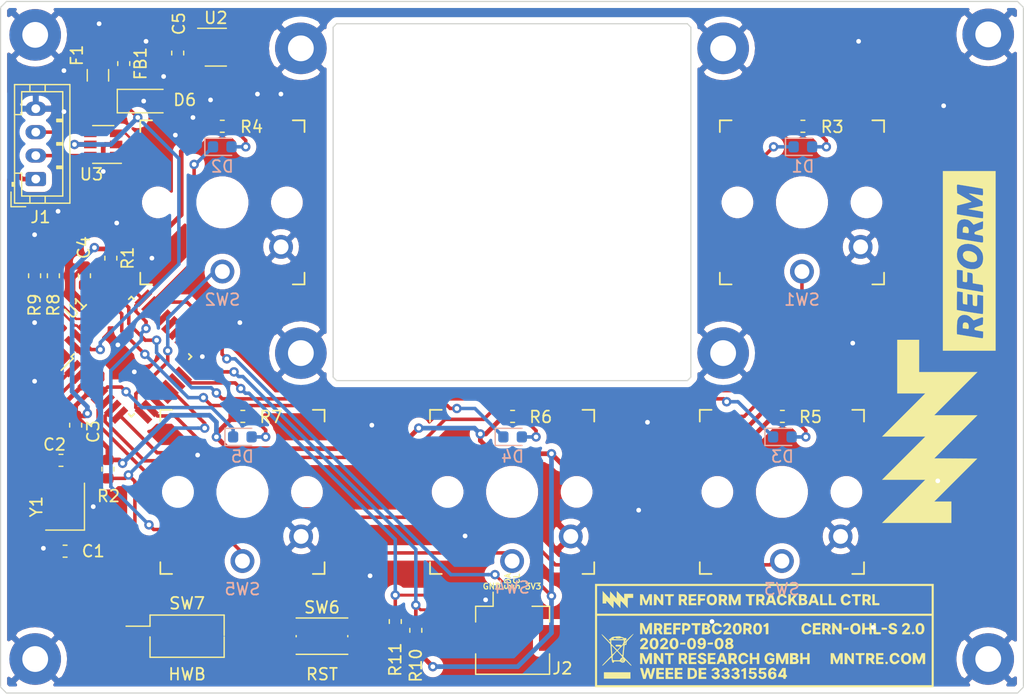
<source format=kicad_pcb>
(kicad_pcb (version 20171130) (host pcbnew 5.1.6+dfsg1-1)
  (layers (0 F.Cu signal) (31 B.Cu signal) (34 B.Paste user) (35 F.Paste user) (36 B.SilkS user) (37 F.SilkS user) (38 B.Mask user) (39 F.Mask user) (44 Edge.Cuts user))
  (net 0 "")
  (net 1 GND)
  (net 2 "Net-(U1-Pad18)")
  (net 3 "Net-(U1-Pad12)")
  (net 4 "Net-(U1-Pad11)")
  (net 5 "Net-(SW1-Pad1)")
  (net 6 "Net-(SW2-Pad1)")
  (net 7 +5V)
  (net 8 MT)
  (net 9 "Net-(C1-Pad1)")
  (net 10 "Net-(C2-Pad2)")
  (net 11 "Net-(C4-Pad1)")
  (net 12 "Net-(U1-Pad14)")
  (net 13 +3V3)
  (net 14 SCL)
  (net 15 SDA)
  (net 16 "Net-(SW3-Pad1)")
  (net 17 "Net-(SW4-Pad1)")
  (net 18 "Net-(SW5-Pad1)")
  (net 19 "Net-(U1-Pad17)")
  (net 20 "Net-(U1-Pad21)")
  (net 21 "Net-(D1-Pad2)")
  (net 22 "Net-(D1-Pad1)")
  (net 23 "Net-(D2-Pad2)")
  (net 24 "Net-(D2-Pad1)")
  (net 25 "Net-(D3-Pad2)")
  (net 26 "Net-(D3-Pad1)")
  (net 27 "Net-(D4-Pad2)")
  (net 28 "Net-(D4-Pad1)")
  (net 29 "Net-(D5-Pad2)")
  (net 30 "Net-(D5-Pad1)")
  (net 31 "Net-(R1-Pad2)")
  (net 32 "Net-(R2-Pad1)")
  (net 33 "Net-(U2-Pad4)")
  (net 34 "Net-(U1-Pad20)")
  (net 35 "Net-(J2-Pad5)")
  (net 36 /5V_IN)
  (net 37 "Net-(F1-Pad1)")
  (net 38 /D+)
  (net 39 /UD+)
  (net 40 /UD-)
  (net 41 /D-)
  (net 42 /PD+)
  (net 43 /PD-)
  (module Package_TO_SOT_SMD:SOT-23-6 (layer F.Cu) (at 115.85 62.3 180)
    (fp_text reference U3 (at 1 -2.55) (layer F.SilkS))
    (fp_text value USBLC6-2SC6)
    (pad 5 smd rect (at 1.1 0 180) (size 1.06 0.65) (layers F.Cu F.Paste F.Mask) (net 7 +5V))
    (pad 6 smd rect (at 1.1 -0.95 180) (size 1.06 0.65) (layers F.Cu F.Paste F.Mask) (net 43 /PD-))
    (pad 4 smd rect (at 1.1 0.95 180) (size 1.06 0.65) (layers F.Cu F.Paste F.Mask) (net 42 /PD+))
    (pad 3 smd rect (at -1.1 0.95 180) (size 1.06 0.65) (layers F.Cu F.Paste F.Mask) (net 39 /UD+))
    (pad 2 smd rect (at -1.1 0 180) (size 1.06 0.65) (layers F.Cu F.Paste F.Mask) (net 1 GND))
    (pad 1 smd rect (at -1.1 -0.95 180) (size 1.06 0.65) (layers F.Cu F.Paste F.Mask) (net 40 /UD-))
  )
  (module footprints-trackball:mntreform-trackball-badge (layer F.Cu) (at 172.2 104.2)
    (fp_text reference MK1 hide)
    (fp_text value BADGE hide)
  )
  (module Crystal:Crystal_SMD_3225-4Pin_3.2x2.5mm (layer F.Cu) (at 112.6 93.2 90)
    (fp_text reference Y1 (at 0 -2.45 90) (layer F.SilkS))
    (fp_text value Crystal_GND24)
    (pad 4 smd rect (at -1.1 -0.85 90) (size 1.4 1.2) (layers F.Cu F.Paste F.Mask) (net 1 GND))
    (pad 3 smd rect (at 1.1 -0.85 90) (size 1.4 1.2) (layers F.Cu F.Paste F.Mask) (net 10 "Net-(C2-Pad2)"))
    (pad 2 smd rect (at 1.1 0.85 90) (size 1.4 1.2) (layers F.Cu F.Paste F.Mask) (net 1 GND))
    (pad 1 smd rect (at -1.1 0.85 90) (size 1.4 1.2) (layers F.Cu F.Paste F.Mask) (net 9 "Net-(C1-Pad1)"))
  )
  (module Inductor_SMD:L_0603_1608Metric (layer F.Cu) (at 117.6 55.4 270)
    (fp_text reference FB1 (at 0 -1.43 90) (layer F.SilkS))
    (fp_text value BLM18PG221SH1D)
    (pad 2 smd roundrect (at 0.7875 0 270) (size 0.875 0.95) (layers F.Cu F.Paste F.Mask) (net 7 +5V))
    (pad 1 smd roundrect (at -0.7875 0 270) (size 0.875 0.95) (layers F.Cu F.Paste F.Mask) (net 37 "Net-(F1-Pad1)"))
  )
  (module Fuse:Fuse_1206_3216Metric_Castellated (layer F.Cu) (at 115.4 56.4 270)
    (fp_text reference F1 (at -1.7 1.8 90) (layer F.SilkS))
    (fp_text value 0ZCJ0075AF2E)
    (pad 2 smd roundrect (at 1.425 0 270) (size 1.6 1.65) (layers F.Cu F.Paste F.Mask) (roundrect_rratio 0.15625) (net 36 /5V_IN))
    (pad 1 smd roundrect (at -1.425 0 270) (size 1.6 1.65) (layers F.Cu F.Paste F.Mask) (roundrect_rratio 0.15625) (net 37 "Net-(F1-Pad1)"))
  )
  (module Diode_SMD:D_SOD-123 (layer F.Cu) (at 119.3 58.6)
    (fp_text reference D6 (at 3.5 -0.1) (layer F.SilkS))
    (fp_text value BZT52-B5V6J)
    (pad 2 smd rect (at 1.65 0) (size 0.9 1.2) (layers F.Cu F.Paste F.Mask) (net 1 GND))
    (pad 1 smd rect (at -1.65 0) (size 0.9 1.2) (layers F.Cu F.Paste F.Mask) (net 7 +5V))
  )
  (module keyswitches:PG1350 (layer B.Cu) (at 127.72 91.94 180)
    (fp_text reference SW5 (at 0 -8.3) (layer B.SilkS) (effects (justify mirror)))
    (fp_text value Choc)
    (pad "" np_thru_hole circle (at 0 0 180) (size 3.429 3.429) (drill 3.429) (layers *.Cu *.Mask))
    (pad 2 thru_hole circle (at -5 -3.8 180) (size 2.032 2.032) (drill 1.27) (layers *.Cu *.Mask) (net 1 GND))
    (pad 1 thru_hole circle (at 0 -5.9 180) (size 2.032 2.032) (drill 1.27) (layers *.Cu *.Mask) (net 18 "Net-(SW5-Pad1)"))
    (pad "" np_thru_hole circle (at 5.5 0 180) (size 1.7018 1.7018) (drill 1.7018) (layers *.Cu *.Mask))
    (pad "" np_thru_hole circle (at -5.5 0 180) (size 1.7018 1.7018) (drill 1.7018) (layers *.Cu *.Mask))
  )
  (module keyswitches:PG1350 (layer B.Cu) (at 150.71 91.94 180)
    (fp_text reference SW4 (at 0.01 -8.16 180) (layer B.SilkS) (effects (justify mirror)))
    (fp_text value Choc)
    (pad "" np_thru_hole circle (at 0 0 180) (size 3.429 3.429) (drill 3.429) (layers *.Cu *.Mask))
    (pad 2 thru_hole circle (at -5 -3.8 180) (size 2.032 2.032) (drill 1.27) (layers *.Cu *.Mask) (net 1 GND))
    (pad 1 thru_hole circle (at 0 -5.9 180) (size 2.032 2.032) (drill 1.27) (layers *.Cu *.Mask) (net 17 "Net-(SW4-Pad1)"))
    (pad "" np_thru_hole circle (at 5.5 0 180) (size 1.7018 1.7018) (drill 1.7018) (layers *.Cu *.Mask))
    (pad "" np_thru_hole circle (at -5.5 0 180) (size 1.7018 1.7018) (drill 1.7018) (layers *.Cu *.Mask))
  )
  (module keyswitches:PG1350 (layer B.Cu) (at 173.71 91.94 180)
    (fp_text reference SW3 (at 0 -8.3) (layer B.SilkS) (effects (justify mirror)))
    (fp_text value Choc)
    (pad "" np_thru_hole circle (at 0 0 180) (size 3.429 3.429) (drill 3.429) (layers *.Cu *.Mask))
    (pad 2 thru_hole circle (at -5 -3.8 180) (size 2.032 2.032) (drill 1.27) (layers *.Cu *.Mask) (net 1 GND))
    (pad 1 thru_hole circle (at 0 -5.9 180) (size 2.032 2.032) (drill 1.27) (layers *.Cu *.Mask) (net 16 "Net-(SW3-Pad1)"))
    (pad "" np_thru_hole circle (at 5.5 0 180) (size 1.7018 1.7018) (drill 1.7018) (layers *.Cu *.Mask))
    (pad "" np_thru_hole circle (at -5.5 0 180) (size 1.7018 1.7018) (drill 1.7018) (layers *.Cu *.Mask))
  )
  (module keyswitches:PG1350 (layer B.Cu) (at 126.01 67.24 180)
    (fp_text reference SW2 (at 0 -8.3) (layer B.SilkS) (effects (justify mirror)))
    (fp_text value Choc)
    (pad "" np_thru_hole circle (at 0 0 180) (size 3.429 3.429) (drill 3.429) (layers *.Cu *.Mask))
    (pad 2 thru_hole circle (at -5 -3.8 180) (size 2.032 2.032) (drill 1.27) (layers *.Cu *.Mask) (net 1 GND))
    (pad 1 thru_hole circle (at 0 -5.9 180) (size 2.032 2.032) (drill 1.27) (layers *.Cu *.Mask) (net 6 "Net-(SW2-Pad1)"))
    (pad "" np_thru_hole circle (at 5.5 0 180) (size 1.7018 1.7018) (drill 1.7018) (layers *.Cu *.Mask))
    (pad "" np_thru_hole circle (at -5.5 0 180) (size 1.7018 1.7018) (drill 1.7018) (layers *.Cu *.Mask))
  )
  (module keyswitches:PG1350 (layer B.Cu) (at 175.42 67.24 180)
    (fp_text reference SW1 (at 0 -8.3) (layer B.SilkS) (effects (justify mirror)))
    (fp_text value Choc)
    (pad "" np_thru_hole circle (at 0 0 180) (size 3.429 3.429) (drill 3.429) (layers *.Cu *.Mask))
    (pad 2 thru_hole circle (at -5 -3.8 180) (size 2.032 2.032) (drill 1.27) (layers *.Cu *.Mask) (net 1 GND))
    (pad 1 thru_hole circle (at 0 -5.9 180) (size 2.032 2.032) (drill 1.27) (layers *.Cu *.Mask) (net 5 "Net-(SW1-Pad1)"))
    (pad "" np_thru_hole circle (at 5.5 0 180) (size 1.7018 1.7018) (drill 1.7018) (layers *.Cu *.Mask))
    (pad "" np_thru_hole circle (at -5.5 0 180) (size 1.7018 1.7018) (drill 1.7018) (layers *.Cu *.Mask))
  )
  (module Connector_JST:JST_PH_B4B-PH-K_1x04_P2.00mm_Vertical (layer F.Cu) (at 110.1 65.25 90)
    (fp_text reference J1 (at -3.25 0.4 180) (layer F.SilkS))
    (fp_text value Conn_USB)
    (pad 4 thru_hole oval (at 6 0 90) (size 1.2 1.75) (drill 0.75) (layers *.Cu *.Mask) (net 1 GND))
    (pad 3 thru_hole oval (at 4 0 90) (size 1.2 1.75) (drill 0.75) (layers *.Cu *.Mask) (net 42 /PD+))
    (pad 2 thru_hole oval (at 2 0 90) (size 1.2 1.75) (drill 0.75) (layers *.Cu *.Mask) (net 43 /PD-))
    (pad 1 thru_hole roundrect (at 0 0 90) (size 1.2 1.75) (drill 0.75) (layers *.Cu *.Mask) (roundrect_rratio 0.208333) (net 36 /5V_IN))
  )
  (module Connector_FFC-FPC:Hirose_FH12-6S-0.5SH_1x06-1MP_P0.50mm_Horizontal (layer F.Cu) (at 150.75 103)
    (fp_text reference J2 (at 4.25 4) (layer F.SilkS))
    (fp_text value Conn_01x06_Female)
    (pad 6 smd rect (at 1.25 -1.85) (size 0.3 1.3) (layers F.Cu F.Paste F.Mask) (net 13 +3V3))
    (pad 5 smd rect (at 0.75 -1.85) (size 0.3 1.3) (layers F.Cu F.Paste F.Mask) (net 35 "Net-(J2-Pad5)"))
    (pad 4 smd rect (at 0.25 -1.85) (size 0.3 1.3) (layers F.Cu F.Paste F.Mask) (net 14 SCL))
    (pad 3 smd rect (at -0.25 -1.85) (size 0.3 1.3) (layers F.Cu F.Paste F.Mask) (net 15 SDA))
    (pad 2 smd rect (at -0.75 -1.85) (size 0.3 1.3) (layers F.Cu F.Paste F.Mask) (net 8 MT))
    (pad 1 smd rect (at -1.25 -1.85) (size 0.3 1.3) (layers F.Cu F.Paste F.Mask) (net 1 GND))
    (pad MP smd rect (at -3.15 1.4) (size 1.8 2.2) (layers F.Cu F.Paste F.Mask))
    (pad MP smd rect (at 3.15 1.4) (size 1.8 2.2) (layers F.Cu F.Paste F.Mask))
  )
  (module Resistor_SMD:R_0603_1608Metric (layer F.Cu) (at 140.75 103 270)
    (fp_text reference R11 (at 3.25 0 90) (layer F.SilkS))
    (fp_text value 4.7k)
    (pad 2 smd roundrect (at 0.7875 0 270) (size 0.875 0.95) (layers F.Cu F.Paste F.Mask) (net 13 +3V3))
    (pad 1 smd roundrect (at -0.7875 0 270) (size 0.875 0.95) (layers F.Cu F.Paste F.Mask) (net 15 SDA))
  )
  (module Resistor_SMD:R_0603_1608Metric (layer F.Cu) (at 142.5 103.75 270)
    (fp_text reference R10 (at 3 0 90) (layer F.SilkS))
    (fp_text value 4.7k)
    (pad 2 smd roundrect (at 0.7875 0 270) (size 0.875 0.95) (layers F.Cu F.Paste F.Mask) (net 13 +3V3))
    (pad 1 smd roundrect (at -0.7875 0 270) (size 0.875 0.95) (layers F.Cu F.Paste F.Mask) (net 14 SCL))
  )
  (module Resistor_SMD:R_0603_1608Metric (layer F.Cu) (at 110 73.5 90)
    (fp_text reference R9 (at -2.5 0 90) (layer F.SilkS))
    (fp_text value 22)
    (pad 2 smd roundrect (at 0.7875 0 90) (size 0.875 0.95) (layers F.Cu F.Paste F.Mask) (net 40 /UD-))
    (pad 1 smd roundrect (at -0.7875 0 90) (size 0.875 0.95) (layers F.Cu F.Paste F.Mask) (net 41 /D-))
  )
  (module Resistor_SMD:R_0603_1608Metric (layer F.Cu) (at 111.6 73.5 270)
    (fp_text reference R8 (at 2.5 0 90) (layer F.SilkS))
    (fp_text value 22)
    (pad 2 smd roundrect (at 0.7875 0 270) (size 0.875 0.95) (layers F.Cu F.Paste F.Mask) (net 38 /D+))
    (pad 1 smd roundrect (at -0.7875 0 270) (size 0.875 0.95) (layers F.Cu F.Paste F.Mask) (net 39 /UD+))
  )
  (module Package_TO_SOT_SMD:SOT-23-5 (layer F.Cu) (at 125.45 54)
    (fp_text reference U2 (at 0 -2.5) (layer F.SilkS))
    (fp_text value TLV75533PDBV)
    (pad 5 smd rect (at 1.1 -0.95) (size 1.06 0.65) (layers F.Cu F.Paste F.Mask) (net 13 +3V3))
    (pad 4 smd rect (at 1.1 0.95) (size 1.06 0.65) (layers F.Cu F.Paste F.Mask) (net 33 "Net-(U2-Pad4)"))
    (pad 3 smd rect (at -1.1 0.95) (size 1.06 0.65) (layers F.Cu F.Paste F.Mask) (net 7 +5V))
    (pad 2 smd rect (at -1.1 0) (size 1.06 0.65) (layers F.Cu F.Paste F.Mask) (net 1 GND))
    (pad 1 smd rect (at -1.1 -0.95) (size 1.06 0.65) (layers F.Cu F.Paste F.Mask) (net 7 +5V))
  )
  (module Capacitor_SMD:C_0603_1608Metric (layer F.Cu) (at 122.2 54.5 270)
    (fp_text reference C5 (at -2.5 -0.1 270) (layer F.SilkS))
    (fp_text value 0.1uF)
    (pad 2 smd roundrect (at 0.7875 0 270) (size 0.875 0.95) (layers F.Cu F.Paste F.Mask) (net 1 GND))
    (pad 1 smd roundrect (at -0.7875 0 270) (size 0.875 0.95) (layers F.Cu F.Paste F.Mask) (net 7 +5V))
  )
  (module Resistor_SMD:R_0603_1608Metric (layer F.Cu) (at 127.75 85.5 180)
    (fp_text reference R7 (at -2.4 -0.05) (layer F.SilkS))
    (fp_text value 475)
    (pad 2 smd roundrect (at 0.7875 0 180) (size 0.875 0.95) (layers F.Cu F.Paste F.Mask) (net 13 +3V3))
    (pad 1 smd roundrect (at -0.7875 0 180) (size 0.875 0.95) (layers F.Cu F.Paste F.Mask) (net 29 "Net-(D5-Pad2)"))
  )
  (module Resistor_SMD:R_0603_1608Metric (layer F.Cu) (at 150.75 85.5 180)
    (fp_text reference R6 (at -2.4 -0.05) (layer F.SilkS))
    (fp_text value 475)
    (pad 2 smd roundrect (at 0.7875 0 180) (size 0.875 0.95) (layers F.Cu F.Paste F.Mask) (net 13 +3V3))
    (pad 1 smd roundrect (at -0.7875 0 180) (size 0.875 0.95) (layers F.Cu F.Paste F.Mask) (net 27 "Net-(D4-Pad2)"))
  )
  (module Resistor_SMD:R_0603_1608Metric (layer F.Cu) (at 173.75 85.5 180)
    (fp_text reference R5 (at -2.4 -0.05) (layer F.SilkS))
    (fp_text value 475)
    (pad 2 smd roundrect (at 0.7875 0 180) (size 0.875 0.95) (layers F.Cu F.Paste F.Mask) (net 13 +3V3))
    (pad 1 smd roundrect (at -0.7875 0 180) (size 0.875 0.95) (layers F.Cu F.Paste F.Mask) (net 25 "Net-(D3-Pad2)"))
  )
  (module Resistor_SMD:R_0603_1608Metric (layer F.Cu) (at 126 60.75 180)
    (fp_text reference R4 (at -2.5 -0.05) (layer F.SilkS))
    (fp_text value 475)
    (pad 2 smd roundrect (at 0.7875 0 180) (size 0.875 0.95) (layers F.Cu F.Paste F.Mask) (net 13 +3V3))
    (pad 1 smd roundrect (at -0.7875 0 180) (size 0.875 0.95) (layers F.Cu F.Paste F.Mask) (net 23 "Net-(D2-Pad2)"))
  )
  (module Resistor_SMD:R_0603_1608Metric (layer F.Cu) (at 175.5 60.75 180)
    (fp_text reference R3 (at -2.5 -0.05) (layer F.SilkS))
    (fp_text value 475)
    (pad 2 smd roundrect (at 0.7875 0 180) (size 0.875 0.95) (layers F.Cu F.Paste F.Mask) (net 13 +3V3))
    (pad 1 smd roundrect (at -0.7875 0 180) (size 0.875 0.95) (layers F.Cu F.Paste F.Mask) (net 21 "Net-(D1-Pad2)"))
  )
  (module Resistor_SMD:R_0603_1608Metric (layer F.Cu) (at 116.25 90 90)
    (fp_text reference R2 (at -2.3 0.05 180) (layer F.SilkS))
    (fp_text value 10k)
    (pad 2 smd roundrect (at 0.7875 0 90) (size 0.875 0.95) (layers F.Cu F.Paste F.Mask) (net 13 +3V3))
    (pad 1 smd roundrect (at -0.7875 0 90) (size 0.875 0.95) (layers F.Cu F.Paste F.Mask) (net 32 "Net-(R2-Pad1)"))
  )
  (module Resistor_SMD:R_0603_1608Metric (layer F.Cu) (at 116.5 72 270)
    (fp_text reference R1 (at 0 -1.43 90) (layer F.SilkS))
    (fp_text value 10k)
    (pad 2 smd roundrect (at 0.7875 0 270) (size 0.875 0.95) (layers F.Cu F.Paste F.Mask) (net 31 "Net-(R1-Pad2)"))
    (pad 1 smd roundrect (at -0.7875 0 270) (size 0.875 0.95) (layers F.Cu F.Paste F.Mask) (net 13 +3V3))
  )
  (module Capacitor_SMD:C_0603_1608Metric (layer F.Cu) (at 114.25 73.5 90)
    (fp_text reference C4 (at 2.4 -0.05 90) (layer F.SilkS))
    (fp_text value 1uF)
    (pad 2 smd roundrect (at 0.7875 0 90) (size 0.875 0.95) (layers F.Cu F.Paste F.Mask) (net 1 GND))
    (pad 1 smd roundrect (at -0.7875 0 90) (size 0.875 0.95) (layers F.Cu F.Paste F.Mask) (net 11 "Net-(C4-Pad1)"))
  )
  (module Capacitor_SMD:C_0603_1608Metric (layer F.Cu) (at 113.5 86.25 270)
    (fp_text reference C3 (at 0.55 -1.5 90) (layer F.SilkS))
    (fp_text value 0.1uF)
    (pad 2 smd roundrect (at 0.7875 0 270) (size 0.875 0.95) (layers F.Cu F.Paste F.Mask) (net 1 GND))
    (pad 1 smd roundrect (at -0.7875 0 270) (size 0.875 0.95) (layers F.Cu F.Paste F.Mask) (net 13 +3V3))
  )
  (module Capacitor_SMD:C_0603_1608Metric (layer F.Cu) (at 112.25 89.25 180)
    (fp_text reference C2 (at 0.55 1.35) (layer F.SilkS))
    (fp_text value 18pF)
    (pad 2 smd roundrect (at 0.7875 0 180) (size 0.875 0.95) (layers F.Cu F.Paste F.Mask) (net 10 "Net-(C2-Pad2)"))
    (pad 1 smd roundrect (at -0.7875 0 180) (size 0.875 0.95) (layers F.Cu F.Paste F.Mask) (net 1 GND))
  )
  (module Capacitor_SMD:C_0603_1608Metric (layer F.Cu) (at 112.6 97 180)
    (fp_text reference C1 (at -2.4 0) (layer F.SilkS))
    (fp_text value 18pF)
    (pad 2 smd roundrect (at 0.7875 0 180) (size 0.875 0.95) (layers F.Cu F.Paste F.Mask) (net 1 GND))
    (pad 1 smd roundrect (at -0.7875 0 180) (size 0.875 0.95) (layers F.Cu F.Paste F.Mask) (net 9 "Net-(C1-Pad1)"))
  )
  (module Button_Switch_SMD:SW_DIP_SPSTx01_Slide_Omron_A6S-110x_W8.9mm_P2.54mm (layer F.Cu) (at 123 104.25)
    (fp_text reference SW7 (at 0 -2.8) (layer F.SilkS))
    (fp_text value SW_HWB)
    (pad 2 smd rect (at 4.45 0) (size 1.5 1.1) (layers F.Cu F.Paste F.Mask) (net 1 GND))
    (pad 1 smd rect (at -4.45 0) (size 1.5 1.1) (layers F.Cu F.Paste F.Mask) (net 32 "Net-(R2-Pad1)"))
  )
  (module Button_Switch_SMD:SW_Push_1P1T_NO_CK_KMR2 (layer F.Cu) (at 134.5 104.25)
    (fp_text reference SW6 (at 0 -2.45) (layer F.SilkS))
    (fp_text value SW_RST)
    (pad 2 smd rect (at 2.05 0.8 90) (size 0.9 1) (layers F.Cu F.Paste F.Mask) (net 31 "Net-(R1-Pad2)"))
    (pad 1 smd rect (at 2.05 -0.8 90) (size 0.9 1) (layers F.Cu F.Paste F.Mask) (net 1 GND))
    (pad 2 smd rect (at -2.05 0.8 90) (size 0.9 1) (layers F.Cu F.Paste F.Mask) (net 31 "Net-(R1-Pad2)"))
    (pad 1 smd rect (at -2.05 -0.8 90) (size 0.9 1) (layers F.Cu F.Paste F.Mask) (net 1 GND))
  )
  (module reform2-motherboard:mntreform (layer F.Cu) (at 187.1 79.6 90)
    (fp_text reference MK13 hide)
    (fp_text value LOGO hide)
  )
  (module LED_SMD:LED_0603_1608Metric (layer B.Cu) (at 127.7125 87.25)
    (fp_text reference D5 (at 0 1.68) (layer B.SilkS) (effects (justify mirror)))
    (fp_text value LED_Small)
    (pad 2 smd roundrect (at 0.7875 0) (size 0.875 0.95) (layers B.Cu B.Paste B.Mask) (net 29 "Net-(D5-Pad2)"))
    (pad 1 smd roundrect (at -0.7875 0) (size 0.875 0.95) (layers B.Cu B.Paste B.Mask) (net 30 "Net-(D5-Pad1)"))
  )
  (module LED_SMD:LED_0603_1608Metric (layer B.Cu) (at 150.75 87.25)
    (fp_text reference D4 (at 0 1.68) (layer B.SilkS) (effects (justify mirror)))
    (fp_text value LED_Small)
    (pad 2 smd roundrect (at 0.7875 0) (size 0.875 0.95) (layers B.Cu B.Paste B.Mask) (net 27 "Net-(D4-Pad2)"))
    (pad 1 smd roundrect (at -0.7875 0) (size 0.875 0.95) (layers B.Cu B.Paste B.Mask) (net 28 "Net-(D4-Pad1)"))
  )
  (module LED_SMD:LED_0603_1608Metric (layer B.Cu) (at 173.75 87.25)
    (fp_text reference D3 (at 0 1.68) (layer B.SilkS) (effects (justify mirror)))
    (fp_text value LED_Small)
    (pad 2 smd roundrect (at 0.7875 0) (size 0.875 0.95) (layers B.Cu B.Paste B.Mask) (net 25 "Net-(D3-Pad2)"))
    (pad 1 smd roundrect (at -0.7875 0) (size 0.875 0.95) (layers B.Cu B.Paste B.Mask) (net 26 "Net-(D3-Pad1)"))
  )
  (module LED_SMD:LED_0603_1608Metric (layer B.Cu) (at 126 62.5)
    (fp_text reference D2 (at 0 1.68) (layer B.SilkS) (effects (justify mirror)))
    (fp_text value LED_Small)
    (pad 2 smd roundrect (at 0.7875 0) (size 0.875 0.95) (layers B.Cu B.Paste B.Mask) (net 23 "Net-(D2-Pad2)"))
    (pad 1 smd roundrect (at -0.7875 0) (size 0.875 0.95) (layers B.Cu B.Paste B.Mask) (net 24 "Net-(D2-Pad1)"))
  )
  (module LED_SMD:LED_0603_1608Metric (layer B.Cu) (at 175.5 62.5)
    (fp_text reference D1 (at 0 1.68) (layer B.SilkS) (effects (justify mirror)))
    (fp_text value LED_Small)
    (pad 2 smd roundrect (at 0.7875 0) (size 0.875 0.95) (layers B.Cu B.Paste B.Mask) (net 21 "Net-(D1-Pad2)"))
    (pad 1 smd roundrect (at -0.7875 0) (size 0.875 0.95) (layers B.Cu B.Paste B.Mask) (net 22 "Net-(D1-Pad1)"))
  )
  (module MountingHole:MountingHole_2.2mm_M2_Pad (layer F.Cu) (at 132.7 80.1)
    (fp_text reference MK11 hide)
    (fp_text value Mounting_Hole)
    (pad 1 thru_hole circle (at 0 0) (size 4.4 4.4) (drill 2.2) (layers *.Cu *.Mask) (net 1 GND))
  )
  (module MountingHole:MountingHole_2.2mm_M2_Pad (layer F.Cu) (at 132.7 54.1)
    (fp_text reference MK9 hide)
    (fp_text value Mounting_Hole)
    (pad 1 thru_hole circle (at 0 0) (size 4.4 4.4) (drill 2.2) (layers *.Cu *.Mask) (net 1 GND))
  )
  (module MountingHole:MountingHole_2.2mm_M2_Pad (layer F.Cu) (at 168.7 80.1)
    (fp_text reference MK10 hide)
    (fp_text value Mounting_Hole)
    (pad 1 thru_hole circle (at 0 0) (size 4.4 4.4) (drill 2.2) (layers *.Cu *.Mask) (net 1 GND))
  )
  (module MountingHole:MountingHole_2.2mm_M2_Pad (layer F.Cu) (at 168.7 54.1)
    (fp_text reference MK12 hide)
    (fp_text value Mounting_Hole)
    (pad 1 thru_hole circle (at 0 0) (size 4.4 4.4) (drill 2.2) (layers *.Cu *.Mask) (net 1 GND))
  )
  (module MountingHole:MountingHole_2.2mm_M2_Pad (layer F.Cu) (at 110.05 106.2)
    (fp_text reference MK8 hide)
    (fp_text value Mounting_Hole)
    (pad 1 thru_hole circle (at 0 0) (size 4.4 4.4) (drill 2.2) (layers *.Cu *.Mask) (net 1 GND))
  )
  (module MountingHole:MountingHole_2.2mm_M2_Pad (layer F.Cu) (at 191.3 106.2)
    (fp_text reference MK7 hide)
    (fp_text value Mounting_Hole)
    (pad 1 thru_hole circle (at 0 0) (size 4.4 4.4) (drill 2.2) (layers *.Cu *.Mask) (net 1 GND))
  )
  (module MountingHole:MountingHole_2.2mm_M2_Pad (layer F.Cu) (at 191.3 52.95)
    (fp_text reference MK6 hide)
    (fp_text value Mounting_Hole)
    (pad 1 thru_hole circle (at 0 -0.04) (size 4.4 4.4) (drill 2.2) (layers *.Cu *.Mask) (net 1 GND))
  )
  (module MountingHole:MountingHole_2.2mm_M2_Pad (layer F.Cu) (at 110.05 52.95)
    (fp_text reference MK5 hide)
    (fp_text value Mounting_Hole)
    (pad 1 thru_hole circle (at 0 0) (size 4.4 4.4) (drill 2.2) (layers *.Cu *.Mask) (net 1 GND))
  )
  (module Housings_QFP:TQFP-32_7x7mm_Pitch0.8mm (layer F.Cu) (at 118.25 80.4 45)
    (fp_text reference U1 (at -0.4 -6.3 225) (layer F.SilkS))
    (fp_text value ATmega32U2-AU)
    (pad 1 smd rect (at -4.25 -2.8 45) (size 1.6 0.55) (layers F.Cu F.Paste F.Mask) (net 9 "Net-(C1-Pad1)"))
    (pad 2 smd rect (at -4.25 -2 45) (size 1.6 0.55) (layers F.Cu F.Paste F.Mask) (net 10 "Net-(C2-Pad2)"))
    (pad 3 smd rect (at -4.25 -1.2 45) (size 1.6 0.55) (layers F.Cu F.Paste F.Mask) (net 1 GND))
    (pad 4 smd rect (at -4.25 -0.4 45) (size 1.6 0.55) (layers F.Cu F.Paste F.Mask) (net 13 +3V3))
    (pad 5 smd rect (at -4.25 0.4 45) (size 1.6 0.55) (layers F.Cu F.Paste F.Mask) (net 30 "Net-(D5-Pad1)"))
    (pad 6 smd rect (at -4.25 1.2 45) (size 1.6 0.55) (layers F.Cu F.Paste F.Mask) (net 18 "Net-(SW5-Pad1)"))
    (pad 7 smd rect (at -4.25 2 45) (size 1.6 0.55) (layers F.Cu F.Paste F.Mask) (net 17 "Net-(SW4-Pad1)"))
    (pad 8 smd rect (at -4.25 2.8 45) (size 1.6 0.55) (layers F.Cu F.Paste F.Mask) (net 16 "Net-(SW3-Pad1)"))
    (pad 9 smd rect (at -2.8 4.25 135) (size 1.6 0.55) (layers F.Cu F.Paste F.Mask) (net 6 "Net-(SW2-Pad1)"))
    (pad 10 smd rect (at -2 4.25 135) (size 1.6 0.55) (layers F.Cu F.Paste F.Mask) (net 5 "Net-(SW1-Pad1)"))
    (pad 11 smd rect (at -1.2 4.25 135) (size 1.6 0.55) (layers F.Cu F.Paste F.Mask) (net 4 "Net-(U1-Pad11)"))
    (pad 12 smd rect (at -0.4 4.25 135) (size 1.6 0.55) (layers F.Cu F.Paste F.Mask) (net 3 "Net-(U1-Pad12)"))
    (pad 13 smd rect (at 0.4 4.25 135) (size 1.6 0.55) (layers F.Cu F.Paste F.Mask) (net 32 "Net-(R2-Pad1)"))
    (pad 14 smd rect (at 1.2 4.25 135) (size 1.6 0.55) (layers F.Cu F.Paste F.Mask) (net 12 "Net-(U1-Pad14)"))
    (pad 15 smd rect (at 2 4.25 135) (size 1.6 0.55) (layers F.Cu F.Paste F.Mask) (net 15 SDA))
    (pad 16 smd rect (at 2.8 4.25 135) (size 1.6 0.55) (layers F.Cu F.Paste F.Mask) (net 14 SCL))
    (pad 17 smd rect (at 4.25 2.8 45) (size 1.6 0.55) (layers F.Cu F.Paste F.Mask) (net 19 "Net-(U1-Pad17)"))
    (pad 18 smd rect (at 4.25 2 45) (size 1.6 0.55) (layers F.Cu F.Paste F.Mask) (net 2 "Net-(U1-Pad18)"))
    (pad 19 smd rect (at 4.25 1.2 45) (size 1.6 0.55) (layers F.Cu F.Paste F.Mask) (net 8 MT))
    (pad 20 smd rect (at 4.25 0.4 45) (size 1.6 0.55) (layers F.Cu F.Paste F.Mask) (net 34 "Net-(U1-Pad20)"))
    (pad 21 smd rect (at 4.25 -0.4 45) (size 1.6 0.55) (layers F.Cu F.Paste F.Mask) (net 20 "Net-(U1-Pad21)"))
    (pad 22 smd rect (at 4.25 -1.2 45) (size 1.6 0.55) (layers F.Cu F.Paste F.Mask) (net 22 "Net-(D1-Pad1)"))
    (pad 23 smd rect (at 4.25 -2 45) (size 1.6 0.55) (layers F.Cu F.Paste F.Mask) (net 24 "Net-(D2-Pad1)"))
    (pad 24 smd rect (at 4.25 -2.8 45) (size 1.6 0.55) (layers F.Cu F.Paste F.Mask) (net 31 "Net-(R1-Pad2)"))
    (pad 25 smd rect (at 2.8 -4.25 135) (size 1.6 0.55) (layers F.Cu F.Paste F.Mask) (net 26 "Net-(D3-Pad1)"))
    (pad 26 smd rect (at 2 -4.25 135) (size 1.6 0.55) (layers F.Cu F.Paste F.Mask) (net 28 "Net-(D4-Pad1)"))
    (pad 27 smd rect (at 1.2 -4.25 135) (size 1.6 0.55) (layers F.Cu F.Paste F.Mask) (net 11 "Net-(C4-Pad1)"))
    (pad 28 smd rect (at 0.4 -4.25 135) (size 1.6 0.55) (layers F.Cu F.Paste F.Mask) (net 1 GND))
    (pad 29 smd rect (at -0.4 -4.25 135) (size 1.6 0.55) (layers F.Cu F.Paste F.Mask) (net 38 /D+))
    (pad 30 smd rect (at -1.2 -4.25 135) (size 1.6 0.55) (layers F.Cu F.Paste F.Mask) (net 41 /D-))
    (pad 31 smd rect (at -2 -4.25 135) (size 1.6 0.55) (layers F.Cu F.Paste F.Mask) (net 7 +5V))
    (pad 32 smd rect (at -2.8 -4.25 135) (size 1.6 0.55) (layers F.Cu F.Paste F.Mask) (net 13 +3V3))
  )
  (gr_text 3V3 (at 151.75 100) (layer F.SilkS) (effects (font (size 0.5 0.5) (thickness 0.1)) (justify left)))
  (gr_text SDA (at 150.35 100.35 90) (layer F.SilkS) (effects (font (size 0.5 0.5) (thickness 0.1)) (justify left)))
  (gr_text SCL (at 151.1 100.35 90) (layer F.SilkS) (effects (font (size 0.5 0.5) (thickness 0.1)) (justify left)))
  (gr_text GND (at 148.15 100) (layer F.SilkS) (effects (font (size 0.5 0.5) (thickness 0.1)) (justify left)))
  (gr_line (start 193.8 50.1) (end 194.3 50.6) (layer Edge.Cuts) (width 0.1))
  (gr_line (start 107.1 108.6) (end 107.6 109.1) (layer Edge.Cuts) (width 0.1))
  (gr_line (start 194.3 108.6) (end 193.8 109.1) (layer Edge.Cuts) (width 0.1))
  (gr_line (start 107.6 50.1) (end 107.1 50.6) (layer Edge.Cuts) (width 0.1))
  (gr_line (start 135.45 82.15) (end 135.75 82.45) (layer Edge.Cuts) (width 0.1))
  (gr_line (start 165.95 82.15) (end 165.65 82.45) (layer Edge.Cuts) (width 0.1))
  (gr_line (start 165.65 52) (end 165.95 52.3) (layer Edge.Cuts) (width 0.1))
  (gr_line (start 135.45 52.3) (end 135.75 52) (layer Edge.Cuts) (width 0.1))
  (gr_line (start 135.45 82.15) (end 135.45 52.3) (layer Edge.Cuts) (width 0.1))
  (gr_line (start 165.65 82.45) (end 135.75 82.45) (layer Edge.Cuts) (width 0.1))
  (gr_line (start 165.95 52.3) (end 165.95 82.15) (layer Edge.Cuts) (width 0.1))
  (gr_line (start 135.75 52) (end 165.65 52) (layer Edge.Cuts) (width 0.1))
  (gr_line (start 107.1 108.6) (end 107.1 50.6) (layer Edge.Cuts) (width 0.1))
  (gr_line (start 193.8 109.1) (end 107.6 109.1) (layer Edge.Cuts) (width 0.1))
  (gr_line (start 194.3 50.6) (end 194.3 108.6) (layer Edge.Cuts) (width 0.1))
  (gr_line (start 107.6 50.1) (end 193.8 50.1) (layer Edge.Cuts) (width 0.1))
  (gr_text HWB (at 123 107.5) (layer F.SilkS) (effects (font (size 1 1))))
  (gr_text RST (at 134.5 107.5) (layer F.SilkS) (effects (font (size 1 1))))
  (via (at 187 91) (size 0.8) (drill 0.4) (layers F.Cu B.Cu) (net 0))
  (via (at 180.25 53.5) (size 0.8) (drill 0.4) (layers F.Cu B.Cu) (net 1))
  (via (at 187.5 59) (size 0.8) (drill 0.4) (layers F.Cu B.Cu) (net 1))
  (via (at 179.75 79.25) (size 0.8) (drill 0.4) (layers F.Cu B.Cu) (net 1))
  (via (at 181.5 103.5) (size 0.8) (drill 0.4) (layers F.Cu B.Cu) (net 1))
  (via (at 167.75 103) (size 0.8) (drill 0.4) (layers F.Cu B.Cu) (net 1))
  (via (at 161.5 93.5) (size 0.8) (drill 0.4) (layers F.Cu B.Cu) (net 1))
  (segment (start 111.65 94.85) (end 111.45 94.65) (width 0.4) (layer F.Cu) (net 1))
  (segment (start 111.65 97) (end 111.65 94.85) (width 0.4) (layer F.Cu) (net 1))
  (segment (start 113.0375 87.5) (end 113.5 87.0375) (width 0.4) (layer F.Cu) (net 1))
  (segment (start 123.342501 56.430001) (end 122.2 55.2875) (width 0.4) (layer F.Cu) (net 1))
  (segment (start 124.35 54) (end 125.155002 54) (width 0.4) (layer F.Cu) (net 1))
  (segment (start 125.155002 54) (end 125.380001 54.224999) (width 0.4) (layer F.Cu) (net 1))
  (segment (start 113.27499 73.68751) (end 113.788388 73.174112) (width 0.4) (layer F.Cu) (net 1))
  (segment (start 113.27499 74.859304) (end 113.27499 73.68751) (width 0.4) (layer F.Cu) (net 1))
  (segment (start 113.788388 73.174112) (end 114.25 72.7125) (width 0.4) (layer F.Cu) (net 1))
  (segment (start 115.527639 77.111953) (end 113.27499 74.859304) (width 0.4) (layer F.Cu) (net 1))
  (segment (start 111.349999 85.602945) (end 111.349999 87.349999) (width 0.4) (layer F.Cu) (net 1))
  (segment (start 114.396268 82.556676) (end 111.349999 85.602945) (width 0.4) (layer F.Cu) (net 1))
  (segment (start 112.2125 88.2125) (end 113.0375 88.2125) (width 0.4) (layer F.Cu) (net 1))
  (segment (start 111.349999 87.349999) (end 112.2125 88.2125) (width 0.4) (layer F.Cu) (net 1))
  (segment (start 113.0375 89.25) (end 113.0375 88.2125) (width 0.4) (layer F.Cu) (net 1))
  (segment (start 113.0375 88.2125) (end 113.0375 87.5) (width 0.4) (layer F.Cu) (net 1))
  (segment (start 111.8125 97) (end 111 97) (width 0.4) (layer F.Cu) (net 1))
  (via (at 110.75 96.75) (size 0.8) (drill 0.4) (layers F.Cu B.Cu) (net 1))
  (segment (start 111 97) (end 110.75 96.75) (width 0.4) (layer F.Cu) (net 1))
  (segment (start 137.45 103.45) (end 136.55 103.45) (width 0.4) (layer F.Cu) (net 1))
  (segment (start 127.65 104.25) (end 130.15 106.75) (width 0.4) (layer F.Cu) (net 1))
  (segment (start 127.45 104.25) (end 127.65 104.25) (width 0.4) (layer F.Cu) (net 1))
  (segment (start 138.5 104.5) (end 137.45 103.45) (width 0.4) (layer F.Cu) (net 1))
  (segment (start 137.5 106.75) (end 138.5 105.75) (width 0.4) (layer F.Cu) (net 1))
  (segment (start 138.5 105.75) (end 138.5 104.5) (width 0.4) (layer F.Cu) (net 1))
  (segment (start 130.15 106.75) (end 137.5 106.75) (width 0.4) (layer F.Cu) (net 1))
  (segment (start 136.55 103.45) (end 132.45 103.45) (width 0.4) (layer F.Cu) (net 1))
  (via (at 129 58) (size 0.8) (drill 0.4) (layers F.Cu B.Cu) (net 1))
  (via (at 110 77.5) (size 0.8) (drill 0.4) (layers F.Cu B.Cu) (net 1))
  (via (at 138.75 86.25) (size 0.8) (drill 0.4) (layers F.Cu B.Cu) (net 1))
  (via (at 162.25 86) (size 0.8) (drill 0.4) (layers F.Cu B.Cu) (net 1))
  (via (at 138.6 99.1) (size 0.8) (drill 0.4) (layers F.Cu B.Cu) (net 1))
  (segment (start 124.880001 56.430001) (end 125.380001 55.930001) (width 0.4) (layer F.Cu) (net 1))
  (segment (start 125.380001 54.224999) (end 125.380001 55.930001) (width 0.4) (layer F.Cu) (net 1))
  (segment (start 124.880001 56.430001) (end 123.342501 56.430001) (width 0.4) (layer F.Cu) (net 1))
  (via (at 120 72) (size 0.8) (drill 0.4) (layers F.Cu B.Cu) (net 1))
  (via (at 146.7 95.7) (size 0.8) (drill 0.4) (layers F.Cu B.Cu) (net 1))
  (via (at 148.45 101.15) (size 0.8) (drill 0.4) (layers F.Cu B.Cu) (net 1))
  (segment (start 149.5 101.15) (end 148.45 101.15) (width 0.3) (layer F.Cu) (net 1))
  (via (at 118.5 81.7) (size 0.8) (drill 0.4) (layers F.Cu B.Cu) (net 1))
  (via (at 117.1 79.4) (size 0.8) (drill 0.4) (layers F.Cu B.Cu) (net 1))
  (via (at 124.3 80.4) (size 0.8) (drill 0.4) (layers F.Cu B.Cu) (net 1))
  (via (at 110 70) (size 0.8) (drill 0.4) (layers F.Cu B.Cu) (net 1))
  (via (at 112 68) (size 0.8) (drill 0.4) (layers F.Cu B.Cu) (net 1))
  (via (at 122 61.5) (size 0.8) (drill 0.4) (layers F.Cu B.Cu) (net 1))
  (via (at 123.5 60) (size 0.8) (drill 0.4) (layers F.Cu B.Cu) (net 1))
  (via (at 119.5 53.5) (size 0.8) (drill 0.4) (layers F.Cu B.Cu) (net 1))
  (via (at 112.5 59.5) (size 0.8) (drill 0.4) (layers F.Cu B.Cu) (net 1))
  (via (at 112.5 56) (size 0.8) (drill 0.4) (layers F.Cu B.Cu) (net 1))
  (via (at 117 69) (size 0.8) (drill 0.4) (layers F.Cu B.Cu) (net 1))
  (via (at 115.5 52) (size 0.8) (drill 0.4) (layers F.Cu B.Cu) (net 1))
  (via (at 110 82.5) (size 0.8) (drill 0.4) (layers F.Cu B.Cu) (net 1))
  (via (at 127.5 77.5) (size 0.8) (drill 0.4) (layers F.Cu B.Cu) (net 1))
  (via (at 125 58.5) (size 0.8) (drill 0.4) (layers F.Cu B.Cu) (net 1))
  (via (at 121 56.5) (size 0.8) (drill 0.4) (layers F.Cu B.Cu) (net 1))
  (via (at 119.3 58.6) (size 0.8) (drill 0.4) (layers F.Cu B.Cu) (net 1))
  (via (at 131 58) (size 0.8) (drill 0.4) (layers F.Cu B.Cu) (net 1))
  (via (at 115 93.2) (size 0.8) (drill 0.4) (layers F.Cu B.Cu) (net 1))
  (segment (start 114.3 93.2) (end 115 93.2) (width 0.4) (layer B.Cu) (net 1))
  (segment (start 113.2 89.25) (end 113.2 91.4) (width 0.4) (layer F.Cu) (net 1))
  (segment (start 110.75 96.75) (end 114.3 93.2) (width 0.4) (layer B.Cu) (net 1))
  (segment (start 113.2 91.4) (end 114.600001 92.800001) (width 0.4) (layer F.Cu) (net 1))
  (segment (start 114.600001 92.800001) (end 115 93.2) (width 0.4) (layer F.Cu) (net 1))
  (via (at 123.9 88.8) (size 0.8) (drill 0.4) (layers F.Cu B.Cu) (net 1))
  (via (at 115.85 64.6) (size 0.8) (drill 0.4) (layers F.Cu B.Cu) (net 1))
  (segment (start 115.85 62.47) (end 115.85 64.6) (width 0.4) (layer F.Cu) (net 1))
  (segment (start 116.02 62.3) (end 115.85 62.47) (width 0.4) (layer F.Cu) (net 1))
  (segment (start 116.95 62.3) (end 116.02 62.3) (width 0.4) (layer F.Cu) (net 1))
  (segment (start 175.42 80.58) (end 175.42 73.88384) (width 0.3) (layer F.Cu) (net 5))
  (segment (start 119.84099 84.819417) (end 120.485455 85.463882) (width 0.3) (layer F.Cu) (net 5))
  (segment (start 121.963882 85.463882) (end 125.5 89) (width 0.3) (layer F.Cu) (net 5))
  (segment (start 149.466738 84.57499) (end 167.57499 84.57499) (width 0.3) (layer F.Cu) (net 5))
  (segment (start 167.57499 84.57499) (end 168.5 85.5) (width 0.3) (layer F.Cu) (net 5))
  (segment (start 175.42 73.88384) (end 175.42 72.447) (width 0.3) (layer F.Cu) (net 5))
  (segment (start 141.75 89) (end 145 85.75) (width 0.3) (layer F.Cu) (net 5))
  (segment (start 125.5 89) (end 141.75 89) (width 0.3) (layer F.Cu) (net 5))
  (segment (start 120.485455 85.463882) (end 121.963882 85.463882) (width 0.3) (layer F.Cu) (net 5))
  (segment (start 145 85.75) (end 148.291728 85.75) (width 0.3) (layer F.Cu) (net 5))
  (segment (start 170.5 85.5) (end 175.42 80.58) (width 0.3) (layer F.Cu) (net 5))
  (segment (start 168.5 85.5) (end 170.5 85.5) (width 0.3) (layer F.Cu) (net 5))
  (segment (start 148.291728 85.75) (end 149.466738 84.57499) (width 0.3) (layer F.Cu) (net 5))
  (via (at 121.351041 79.898959) (size 0.8) (drill 0.4) (layers F.Cu B.Cu) (net 6))
  (segment (start 121.351041 77.105959) (end 126.01 72.447) (width 0.3) (layer B.Cu) (net 6))
  (segment (start 121.351041 79.898959) (end 121.351041 77.105959) (width 0.3) (layer B.Cu) (net 6))
  (segment (start 121.351041 80.848959) (end 121.351041 79.898959) (width 0.3) (layer F.Cu) (net 6))
  (segment (start 118.63084 83.56916) (end 121.351041 80.848959) (width 0.3) (layer F.Cu) (net 6))
  (segment (start 118.63084 84.740638) (end 118.63084 83.56916) (width 0.3) (layer F.Cu) (net 6))
  (segment (start 119.275305 85.385103) (end 118.63084 84.740638) (width 0.3) (layer F.Cu) (net 6))
  (segment (start 122.8625 53.05) (end 122.2 53.7125) (width 0.4) (layer F.Cu) (net 7))
  (segment (start 124.35 53.05) (end 122.8625 53.05) (width 0.4) (layer F.Cu) (net 7))
  (segment (start 123.4375 54.95) (end 124.35 54.95) (width 0.4) (layer F.Cu) (net 7))
  (segment (start 122.2 53.7125) (end 123.4375 54.95) (width 0.4) (layer F.Cu) (net 7))
  (segment (start 117.6 58.55) (end 117.65 58.6) (width 0.4) (layer F.Cu) (net 7))
  (segment (start 117.6 56.1875) (end 117.6 58.55) (width 0.4) (layer F.Cu) (net 7))
  (segment (start 121.54375 53.7125) (end 122.2 53.7125) (width 0.4) (layer F.Cu) (net 7))
  (segment (start 119.06875 56.1875) (end 121.54375 53.7125) (width 0.4) (layer F.Cu) (net 7))
  (segment (start 117.6 56.1875) (end 119.06875 56.1875) (width 0.4) (layer F.Cu) (net 7))
  (via (at 118.8 60) (size 0.8) (drill 0.4) (layers F.Cu B.Cu) (net 7))
  (segment (start 117.65 58.85) (end 118.8 60) (width 0.3) (layer F.Cu) (net 7))
  (segment (start 117.65 58.6) (end 117.65 58.85) (width 0.3) (layer F.Cu) (net 7))
  (via (at 115.6 79.8) (size 0.8) (drill 0.4) (layers F.Cu B.Cu) (net 7))
  (segment (start 114.821573 79.8) (end 113.830583 78.80901) (width 0.3) (layer F.Cu) (net 7))
  (segment (start 115.6 79.8) (end 114.821573 79.8) (width 0.3) (layer F.Cu) (net 7))
  (segment (start 115.6 79.2) (end 115.6 79.8) (width 0.3) (layer B.Cu) (net 7))
  (segment (start 122.3 72.5) (end 115.6 79.2) (width 0.3) (layer B.Cu) (net 7))
  (segment (start 122.3 63.5) (end 122.3 72.5) (width 0.3) (layer B.Cu) (net 7))
  (segment (start 118.8 60) (end 122.3 63.5) (width 0.3) (layer B.Cu) (net 7))
  (via (at 113.4 62.3) (size 0.8) (drill 0.4) (layers F.Cu B.Cu) (net 7))
  (segment (start 114.75 62.3) (end 113.4 62.3) (width 0.4) (layer F.Cu) (net 7))
  (segment (start 116.5 62.3) (end 118.8 60) (width 0.4) (layer B.Cu) (net 7))
  (segment (start 113.4 62.3) (end 116.5 62.3) (width 0.4) (layer B.Cu) (net 7))
  (segment (start 122.847056 77.5) (end 123.75 77.5) (width 0.3) (layer F.Cu) (net 8))
  (segment (start 148.684315 99) (end 149.25 99) (width 0.3) (layer B.Cu) (net 8))
  (segment (start 145.5 99) (end 148.684315 99) (width 0.3) (layer B.Cu) (net 8))
  (segment (start 126.386075 80.588172) (end 127.088172 80.588172) (width 0.3) (layer B.Cu) (net 8))
  (segment (start 127.088172 80.588172) (end 145.5 99) (width 0.3) (layer B.Cu) (net 8))
  (via (at 149.25 99) (size 0.8) (drill 0.4) (layers F.Cu B.Cu) (net 8))
  (segment (start 122.103732 78.243324) (end 122.847056 77.5) (width 0.3) (layer F.Cu) (net 8))
  (segment (start 123.75 77.5) (end 125.986076 79.736076) (width 0.3) (layer F.Cu) (net 8))
  (segment (start 125.986076 80.188173) (end 126.386075 80.588172) (width 0.3) (layer F.Cu) (net 8))
  (segment (start 125.986076 79.736076) (end 125.986076 80.188173) (width 0.3) (layer F.Cu) (net 8))
  (via (at 126.386075 80.588172) (size 0.8) (drill 0.4) (layers F.Cu B.Cu) (net 8))
  (segment (start 150 99.75) (end 149.25 99) (width 0.25) (layer F.Cu) (net 8))
  (segment (start 150 101.15) (end 150 99.75) (width 0.25) (layer F.Cu) (net 8))
  (segment (start 113.3875 95.0125) (end 113.75 94.65) (width 0.3) (layer F.Cu) (net 9))
  (segment (start 113.3875 97) (end 113.3875 95.0125) (width 0.3) (layer F.Cu) (net 9))
  (segment (start 109.75 84.940202) (end 109.75 97.442501) (width 0.3) (layer F.Cu) (net 9))
  (segment (start 110.557499 98.25) (end 112.75 98.25) (width 0.3) (layer F.Cu) (net 9))
  (segment (start 113.264897 81.425305) (end 109.75 84.940202) (width 0.3) (layer F.Cu) (net 9))
  (segment (start 112.75 98.25) (end 113.3875 97.6125) (width 0.3) (layer F.Cu) (net 9))
  (segment (start 113.3875 97.6125) (end 113.3875 97) (width 0.3) (layer F.Cu) (net 9))
  (segment (start 109.75 97.442501) (end 110.557499 98.25) (width 0.3) (layer F.Cu) (net 9))
  (segment (start 110.5 85.321573) (end 113.830583 81.99099) (width 0.3) (layer F.Cu) (net 10))
  (segment (start 111.3 89.25) (end 110.5 88.45) (width 0.3) (layer F.Cu) (net 10))
  (segment (start 110.5 88.45) (end 110.5 85.321573) (width 0.3) (layer F.Cu) (net 10))
  (segment (start 111.45 89.2625) (end 111.4625 89.25) (width 0.3) (layer F.Cu) (net 10))
  (segment (start 111.45 91.75) (end 111.45 89.2625) (width 0.3) (layer F.Cu) (net 10))
  (segment (start 114.25 74.702944) (end 116.093324 76.546268) (width 0.3) (layer F.Cu) (net 11))
  (segment (start 114.25 74.45) (end 114.25 74.702944) (width 0.3) (layer F.Cu) (net 11))
  (segment (start 113.5 84.584314) (end 114.961953 83.122361) (width 0.4) (layer F.Cu) (net 13))
  (segment (start 113.5 85.3) (end 113.5 84.584314) (width 0.4) (layer F.Cu) (net 13))
  (segment (start 115.75 82.334314) (end 115.75 81.859798) (width 0.4) (layer F.Cu) (net 13))
  (segment (start 113.901292 80.01109) (end 113.264897 79.374695) (width 0.4) (layer F.Cu) (net 13))
  (segment (start 115.75 81.859798) (end 113.901292 80.01109) (width 0.4) (layer F.Cu) (net 13))
  (segment (start 114.961953 83.122361) (end 115.75 82.334314) (width 0.4) (layer F.Cu) (net 13))
  (segment (start 116.25 88.2125) (end 116.25 89.2125) (width 0.4) (layer F.Cu) (net 13))
  (segment (start 113.5 85.4625) (end 116.25 88.2125) (width 0.4) (layer F.Cu) (net 13))
  (via (at 117.5 89.5) (size 0.8) (drill 0.4) (layers F.Cu B.Cu) (net 13))
  (segment (start 116.25 89.2125) (end 117.2125 89.2125) (width 0.4) (layer F.Cu) (net 13))
  (segment (start 117.2125 89.2125) (end 117.5 89.5) (width 0.4) (layer F.Cu) (net 13))
  (via (at 142.75 86.5) (size 0.8) (drill 0.4) (layers F.Cu B.Cu) (net 13))
  (via (at 148 87) (size 0.8) (drill 0.4) (layers F.Cu B.Cu) (net 13))
  (segment (start 148.4625 87) (end 149.9625 85.5) (width 0.4) (layer F.Cu) (net 13))
  (segment (start 148 87) (end 148.4625 87) (width 0.4) (layer F.Cu) (net 13))
  (segment (start 148 87.565685) (end 149.119616 88.685301) (width 0.4) (layer F.Cu) (net 13))
  (segment (start 148 87) (end 148 87.565685) (width 0.4) (layer F.Cu) (net 13))
  (via (at 154.064699 88.685301) (size 0.8) (drill 0.4) (layers F.Cu B.Cu) (net 13))
  (segment (start 149.119616 88.685301) (end 154.064699 88.685301) (width 0.4) (layer F.Cu) (net 13))
  (segment (start 168.9625 89.5) (end 172.500888 85.961612) (width 0.4) (layer F.Cu) (net 13))
  (segment (start 172.500888 85.961612) (end 172.9625 85.5) (width 0.4) (layer F.Cu) (net 13))
  (segment (start 154.064699 88.685301) (end 154.879398 89.5) (width 0.4) (layer F.Cu) (net 13))
  (segment (start 154.879398 89.5) (end 168.9625 89.5) (width 0.4) (layer F.Cu) (net 13))
  (segment (start 126.502695 88.252695) (end 125.899999 87.649999) (width 0.4) (layer F.Cu) (net 13))
  (via (at 125.5 87.25) (size 0.8) (drill 0.4) (layers F.Cu B.Cu) (net 13))
  (segment (start 140.997305 88.252695) (end 126.502695 88.252695) (width 0.4) (layer F.Cu) (net 13))
  (segment (start 125.899999 87.649999) (end 125.5 87.25) (width 0.4) (layer F.Cu) (net 13))
  (segment (start 142.75 86.5) (end 140.997305 88.252695) (width 0.4) (layer F.Cu) (net 13))
  (segment (start 125.5 86.9625) (end 125.5 87.25) (width 0.4) (layer F.Cu) (net 13))
  (segment (start 126.9625 85.5) (end 125.5 86.9625) (width 0.4) (layer F.Cu) (net 13))
  (segment (start 125.5 86.684315) (end 125.5 87.25) (width 0.4) (layer B.Cu) (net 13))
  (segment (start 121.600002 85.399998) (end 124.908002 85.399998) (width 0.4) (layer B.Cu) (net 13))
  (segment (start 124.908002 85.399998) (end 125.5 85.991996) (width 0.4) (layer B.Cu) (net 13))
  (segment (start 117.5 89.5) (end 121.600002 85.399998) (width 0.4) (layer B.Cu) (net 13))
  (segment (start 125.5 85.991996) (end 125.5 86.684315) (width 0.4) (layer B.Cu) (net 13))
  (segment (start 147.5 86.5) (end 148 87) (width 0.4) (layer B.Cu) (net 13))
  (segment (start 142.75 86.5) (end 147.5 86.5) (width 0.4) (layer B.Cu) (net 13))
  (segment (start 141.75 103.7875) (end 142.5 104.5375) (width 0.4) (layer F.Cu) (net 13))
  (segment (start 140.75 103.7875) (end 141.75 103.7875) (width 0.4) (layer F.Cu) (net 13))
  (via (at 143.95 106.85) (size 0.8) (drill 0.4) (layers F.Cu B.Cu) (net 13))
  (segment (start 142.5 105.4) (end 143.550001 106.450001) (width 0.4) (layer F.Cu) (net 13))
  (segment (start 154.064699 103.968143) (end 151.182842 106.85) (width 0.4) (layer B.Cu) (net 13))
  (segment (start 144.515685 106.85) (end 143.95 106.85) (width 0.4) (layer B.Cu) (net 13))
  (segment (start 143.550001 106.450001) (end 143.95 106.85) (width 0.4) (layer F.Cu) (net 13))
  (segment (start 142.5 104.5375) (end 142.5 105.4) (width 0.4) (layer F.Cu) (net 13))
  (segment (start 151.182842 106.85) (end 144.515685 106.85) (width 0.4) (layer B.Cu) (net 13))
  (via (at 154.064699 100.814699) (size 0.8) (drill 0.4) (layers F.Cu B.Cu) (net 13))
  (segment (start 154.064699 88.685301) (end 154.064699 100.814699) (width 0.4) (layer B.Cu) (net 13))
  (segment (start 154.039398 100.84) (end 154.064699 100.814699) (width 0.4) (layer F.Cu) (net 13))
  (segment (start 154.064699 100.814699) (end 154.064699 103.968143) (width 0.4) (layer B.Cu) (net 13))
  (segment (start 130.1 51) (end 128.1 53) (width 0.3) (layer F.Cu) (net 13))
  (segment (start 172.5 51) (end 130.1 51) (width 0.3) (layer F.Cu) (net 13))
  (segment (start 174.7125 53.2125) (end 172.5 51) (width 0.3) (layer F.Cu) (net 13))
  (segment (start 174.7125 60.75) (end 174.7125 53.2125) (width 0.3) (layer F.Cu) (net 13))
  (segment (start 126.6 53) (end 126.55 53.05) (width 0.3) (layer F.Cu) (net 13))
  (segment (start 128.1 53) (end 126.6 53) (width 0.4) (layer F.Cu) (net 13))
  (segment (start 122.5 62.9) (end 124.65 60.75) (width 0.4) (layer F.Cu) (net 13))
  (segment (start 122.5 68.3) (end 122.5 62.9) (width 0.4) (layer F.Cu) (net 13))
  (segment (start 121.2 69.6) (end 122.5 68.3) (width 0.4) (layer F.Cu) (net 13))
  (segment (start 124.65 60.75) (end 125.2125 60.75) (width 0.4) (layer F.Cu) (net 13))
  (segment (start 119.5 69.6) (end 121.2 69.6) (width 0.4) (layer F.Cu) (net 13))
  (segment (start 117.8875 71.2125) (end 119.5 69.6) (width 0.4) (layer F.Cu) (net 13))
  (segment (start 116.5 71.2125) (end 117.8875 71.2125) (width 0.4) (layer F.Cu) (net 13))
  (segment (start 114.28749 85.4625) (end 114.5 85.24999) (width 0.4) (layer F.Cu) (net 13))
  (via (at 115.1 71.1) (size 0.8) (drill 0.4) (layers F.Cu B.Cu) (net 13))
  (via (at 114.5 85.24999) (size 0.8) (drill 0.4) (layers F.Cu B.Cu) (net 13))
  (segment (start 113.5 85.4625) (end 114.28749 85.4625) (width 0.4) (layer F.Cu) (net 13))
  (segment (start 116.5 71.2125) (end 115.2125 71.2125) (width 0.4) (layer F.Cu) (net 13))
  (segment (start 115.2125 71.2125) (end 115.1 71.1) (width 0.4) (layer F.Cu) (net 13))
  (segment (start 127.2 58.7625) (end 125.2125 60.75) (width 0.4) (layer F.Cu) (net 13))
  (segment (start 127.2 56.75) (end 127.2 58.7625) (width 0.4) (layer F.Cu) (net 13))
  (segment (start 128.1 55.85) (end 127.2 56.75) (width 0.4) (layer F.Cu) (net 13))
  (segment (start 128.1 53) (end 128.1 55.85) (width 0.4) (layer F.Cu) (net 13))
  (segment (start 114.5 84.684305) (end 114.5 85.24999) (width 0.4) (layer B.Cu) (net 13))
  (segment (start 113.2 83.384305) (end 114.5 84.684305) (width 0.4) (layer B.Cu) (net 13))
  (segment (start 113.2 73) (end 113.2 83.384305) (width 0.4) (layer B.Cu) (net 13))
  (segment (start 115.1 71.1) (end 113.2 73) (width 0.4) (layer B.Cu) (net 13))
  (segment (start 152 100.22) (end 152 101.15) (width 0.3) (layer F.Cu) (net 13))
  (segment (start 152.22 100) (end 152 100.22) (width 0.3) (layer F.Cu) (net 13))
  (segment (start 153.25 100) (end 152.22 100) (width 0.3) (layer F.Cu) (net 13))
  (segment (start 154.064699 100.814699) (end 153.25 100) (width 0.3) (layer F.Cu) (net 13))
  (segment (start 142.5 102.9625) (end 142.5 101.60001) (width 0.3) (layer F.Cu) (net 14))
  (via (at 142.5 101.60001) (size 0.8) (drill 0.4) (layers F.Cu B.Cu) (net 14))
  (segment (start 127.399381 82.101477) (end 126.999382 81.701478) (width 0.3) (layer B.Cu) (net 14))
  (segment (start 127.752935 82.101477) (end 127.399381 82.101477) (width 0.3) (layer B.Cu) (net 14))
  (segment (start 124.002269 81.701478) (end 126.433697 81.701478) (width 0.3) (layer F.Cu) (net 14))
  (segment (start 123.703747 82) (end 124.002269 81.701478) (width 0.3) (layer F.Cu) (net 14))
  (segment (start 142.5 96.848542) (end 127.752935 82.101477) (width 0.3) (layer B.Cu) (net 14))
  (segment (start 142.5 101.60001) (end 142.5 96.848542) (width 0.3) (layer B.Cu) (net 14))
  (via (at 126.999382 81.701478) (size 0.8) (drill 0.4) (layers F.Cu B.Cu) (net 14))
  (segment (start 126.433697 81.701478) (end 126.999382 81.701478) (width 0.3) (layer F.Cu) (net 14))
  (segment (start 142.5 101.60001) (end 142.5 103.050002) (width 0.3) (layer F.Cu) (net 14))
  (segment (start 151 102.171412) (end 150.421402 102.75001) (width 0.25) (layer F.Cu) (net 14))
  (segment (start 150.421402 102.75001) (end 146.35001 102.75001) (width 0.25) (layer F.Cu) (net 14))
  (segment (start 151 101.15) (end 151 102.171412) (width 0.25) (layer F.Cu) (net 14))
  (segment (start 142.899999 102.000009) (end 142.5 101.60001) (width 0.25) (layer F.Cu) (net 14))
  (segment (start 146.35001 102.75001) (end 145.600009 102.000009) (width 0.25) (layer F.Cu) (net 14))
  (segment (start 145.600009 102.000009) (end 142.899999 102.000009) (width 0.25) (layer F.Cu) (net 14))
  (via (at 140.75 100.75) (size 0.8) (drill 0.4) (layers F.Cu B.Cu) (net 15))
  (segment (start 140.75 100.75) (end 140.75 102.2125) (width 0.3) (layer F.Cu) (net 15))
  (segment (start 127.174352 82.72499) (end 127.574351 83.124989) (width 0.3) (layer F.Cu) (net 15))
  (segment (start 122.669417 81.99099) (end 123.321288 82.642861) (width 0.3) (layer F.Cu) (net 15))
  (via (at 127.574351 83.124989) (size 0.8) (drill 0.4) (layers F.Cu B.Cu) (net 15))
  (segment (start 123.321288 82.642861) (end 127.092223 82.642861) (width 0.3) (layer F.Cu) (net 15))
  (segment (start 127.092223 82.642861) (end 127.174352 82.72499) (width 0.3) (layer F.Cu) (net 15))
  (segment (start 128.274988 83.524988) (end 127.97435 83.524988) (width 0.3) (layer B.Cu) (net 15))
  (segment (start 127.97435 83.524988) (end 127.574351 83.124989) (width 0.3) (layer B.Cu) (net 15))
  (segment (start 140.75 100.75) (end 140.75 96) (width 0.3) (layer B.Cu) (net 15))
  (segment (start 140.75 96) (end 128.274988 83.524988) (width 0.3) (layer B.Cu) (net 15))
  (segment (start 141.315685 100.75) (end 140.75 100.75) (width 0.25) (layer F.Cu) (net 15))
  (segment (start 150.5 102.035002) (end 150.235002 102.3) (width 0.25) (layer F.Cu) (net 15))
  (segment (start 150.5 101.15) (end 150.5 102.035002) (width 0.25) (layer F.Cu) (net 15))
  (segment (start 150.235002 102.3) (end 146.75 102.3) (width 0.25) (layer F.Cu) (net 15))
  (segment (start 146.75 102.3) (end 145.2 100.75) (width 0.25) (layer F.Cu) (net 15))
  (segment (start 145.2 100.75) (end 141.315685 100.75) (width 0.25) (layer F.Cu) (net 15))
  (segment (start 117.419149 85.579557) (end 117.224695 85.385103) (width 0.3) (layer F.Cu) (net 16))
  (segment (start 120.439592 88.6) (end 117.419149 85.579557) (width 0.3) (layer F.Cu) (net 16))
  (segment (start 154.40434 98.162999) (end 151.541341 95.3) (width 0.3) (layer F.Cu) (net 16))
  (segment (start 133.998532 93.399989) (end 131.751468 93.399989) (width 0.3) (layer F.Cu) (net 16))
  (segment (start 173.71 97.147) (end 172.694001 98.162999) (width 0.3) (layer F.Cu) (net 16))
  (segment (start 151.541341 95.3) (end 149.3 95.3) (width 0.3) (layer F.Cu) (net 16))
  (segment (start 134.703043 94.104501) (end 133.998532 93.399989) (width 0.3) (layer F.Cu) (net 16))
  (segment (start 149.3 95.3) (end 148.104501 94.104501) (width 0.3) (layer F.Cu) (net 16))
  (segment (start 148.104501 94.104501) (end 134.703043 94.104501) (width 0.3) (layer F.Cu) (net 16))
  (segment (start 131.751468 93.399989) (end 130.651457 94.5) (width 0.3) (layer F.Cu) (net 16))
  (segment (start 122.3 88.6) (end 120.439592 88.6) (width 0.3) (layer F.Cu) (net 16))
  (segment (start 172.694001 98.162999) (end 154.40434 98.162999) (width 0.3) (layer F.Cu) (net 16))
  (segment (start 124.6 90.9) (end 122.3 88.6) (width 0.3) (layer F.Cu) (net 16))
  (segment (start 124.6 92.559002) (end 124.6 90.9) (width 0.3) (layer F.Cu) (net 16))
  (segment (start 130.651457 94.5) (end 126.540998 94.5) (width 0.3) (layer F.Cu) (net 16))
  (segment (start 126.540998 94.5) (end 124.6 92.559002) (width 0.3) (layer F.Cu) (net 16))
  (segment (start 116.022615 85.455812) (end 116.65901 84.819417) (width 0.3) (layer F.Cu) (net 17))
  (segment (start 116.014545 85.942735) (end 116.014545 85.463882) (width 0.3) (layer F.Cu) (net 17))
  (segment (start 122.085312 89.285312) (end 119.357122 89.285312) (width 0.3) (layer F.Cu) (net 17))
  (segment (start 124 91.2) (end 122.085312 89.285312) (width 0.3) (layer F.Cu) (net 17))
  (segment (start 126.292466 95.100011) (end 124 92.807544) (width 0.3) (layer F.Cu) (net 17))
  (segment (start 150.71 97.147) (end 136.897 97.147) (width 0.3) (layer F.Cu) (net 17))
  (segment (start 124 92.807544) (end 124 91.2) (width 0.3) (layer F.Cu) (net 17))
  (segment (start 133.75 94) (end 132 94) (width 0.3) (layer F.Cu) (net 17))
  (segment (start 119.357122 89.285312) (end 116.014545 85.942735) (width 0.3) (layer F.Cu) (net 17))
  (segment (start 132 94) (end 130.899989 95.100011) (width 0.3) (layer F.Cu) (net 17))
  (segment (start 136.897 97.147) (end 133.75 94) (width 0.3) (layer F.Cu) (net 17))
  (segment (start 130.899989 95.100011) (end 126.292466 95.100011) (width 0.3) (layer F.Cu) (net 17))
  (segment (start 116.014545 85.463882) (end 116.022615 85.455812) (width 0.3) (layer F.Cu) (net 17))
  (segment (start 115.456929 84.890127) (end 116.093324 84.253732) (width 0.3) (layer F.Cu) (net 18))
  (segment (start 115.414535 84.932521) (end 115.456929 84.890127) (width 0.3) (layer F.Cu) (net 18))
  (segment (start 115.414535 86.191267) (end 115.414535 84.932521) (width 0.3) (layer F.Cu) (net 18))
  (segment (start 119.5 90.276732) (end 115.414535 86.191267) (width 0.3) (layer F.Cu) (net 18))
  (segment (start 119.5 92.2) (end 119.5 90.276732) (width 0.3) (layer F.Cu) (net 18))
  (segment (start 121.3 94) (end 119.5 92.2) (width 0.3) (layer F.Cu) (net 18))
  (segment (start 123.5 94) (end 121.3 94) (width 0.3) (layer F.Cu) (net 18))
  (segment (start 125.631001 96.131001) (end 123.5 94) (width 0.3) (layer F.Cu) (net 18))
  (segment (start 126.704001 96.131001) (end 125.631001 96.131001) (width 0.3) (layer F.Cu) (net 18))
  (segment (start 127.72 97.147) (end 126.704001 96.131001) (width 0.3) (layer F.Cu) (net 18))
  (segment (start 177.5 61.9625) (end 177.5 62.5) (width 0.3) (layer F.Cu) (net 21))
  (segment (start 176.2875 60.75) (end 177.5 61.9625) (width 0.3) (layer F.Cu) (net 21))
  (segment (start 176.2875 62.5) (end 177.5 62.5) (width 0.3) (layer B.Cu) (net 21))
  (via (at 177.5 62.5) (size 0.8) (drill 0.4) (layers F.Cu B.Cu) (net 21))
  (via (at 173 62.5) (size 0.8) (drill 0.4) (layers F.Cu B.Cu) (net 22))
  (segment (start 173 62.5) (end 174.7125 62.5) (width 0.3) (layer B.Cu) (net 22))
  (segment (start 172.25 82) (end 172.25 63.25) (width 0.3) (layer F.Cu) (net 22))
  (segment (start 170.95 83.3) (end 172.25 82) (width 0.3) (layer F.Cu) (net 22))
  (segment (start 130.55 83.3) (end 170.95 83.3) (width 0.3) (layer F.Cu) (net 22))
  (segment (start 123 75.75) (end 130.55 83.3) (width 0.3) (layer F.Cu) (net 22))
  (segment (start 172.25 63.25) (end 173 62.5) (width 0.3) (layer F.Cu) (net 22))
  (segment (start 121.202944 75.75) (end 123 75.75) (width 0.3) (layer F.Cu) (net 22))
  (segment (start 120.406676 76.546268) (end 121.202944 75.75) (width 0.3) (layer F.Cu) (net 22))
  (segment (start 126.7875 62.5) (end 127.999996 62.5) (width 0.3) (layer B.Cu) (net 23))
  (via (at 128 62.499996) (size 0.8) (drill 0.4) (layers F.Cu B.Cu) (net 23))
  (segment (start 126.7875 60.75) (end 128 61.9625) (width 0.3) (layer F.Cu) (net 23))
  (segment (start 128 61.9625) (end 128 62.499996) (width 0.3) (layer F.Cu) (net 23))
  (segment (start 127.999996 62.5) (end 128 62.499996) (width 0.3) (layer B.Cu) (net 23))
  (via (at 123.6 64.000002) (size 0.8) (drill 0.4) (layers F.Cu B.Cu) (net 24))
  (segment (start 123.6 72.221573) (end 123.6 64.000002) (width 0.3) (layer F.Cu) (net 24))
  (segment (start 125.2125 62.5) (end 123.712498 64.000002) (width 0.3) (layer B.Cu) (net 24))
  (segment (start 123.712498 64.000002) (end 123.6 64.000002) (width 0.3) (layer B.Cu) (net 24))
  (segment (start 119.84099 75.980583) (end 123.6 72.221573) (width 0.3) (layer F.Cu) (net 24))
  (via (at 175.75 87.249994) (size 0.8) (drill 0.4) (layers F.Cu B.Cu) (net 25))
  (segment (start 175.75 86.7125) (end 175.75 87.249994) (width 0.3) (layer F.Cu) (net 25))
  (segment (start 174.5375 87.25) (end 175.749994 87.25) (width 0.3) (layer B.Cu) (net 25))
  (segment (start 175.749994 87.25) (end 175.75 87.249994) (width 0.3) (layer B.Cu) (net 25))
  (segment (start 174.5375 85.5) (end 175.75 86.7125) (width 0.3) (layer F.Cu) (net 25))
  (via (at 169 84.25) (size 0.8) (drill 0.4) (layers F.Cu B.Cu) (net 26))
  (segment (start 169.9625 84.25) (end 172.9625 87.25) (width 0.3) (layer B.Cu) (net 26))
  (segment (start 169 84.25) (end 169.9625 84.25) (width 0.3) (layer B.Cu) (net 26))
  (via (at 125.5 83.5) (size 0.8) (drill 0.4) (layers F.Cu B.Cu) (net 26))
  (segment (start 168.75 84) (end 126 84) (width 0.3) (layer F.Cu) (net 26))
  (segment (start 126 84) (end 125.5 83.5) (width 0.3) (layer F.Cu) (net 26))
  (segment (start 169 84.25) (end 168.75 84) (width 0.3) (layer F.Cu) (net 26))
  (segment (start 120.4 80.065685) (end 120.4 79) (width 0.3) (layer B.Cu) (net 26))
  (segment (start 125.5 83.5) (end 125.050635 83.050635) (width 0.3) (layer B.Cu) (net 26))
  (segment (start 125.050635 83.050635) (end 123.38495 83.050635) (width 0.3) (layer B.Cu) (net 26))
  (segment (start 119.434315 79) (end 120.4 79) (width 0.3) (layer F.Cu) (net 26))
  (segment (start 118.030829 77.596514) (end 119.434315 79) (width 0.3) (layer F.Cu) (net 26))
  (segment (start 118.030829 76.221031) (end 118.030829 77.596514) (width 0.3) (layer F.Cu) (net 26))
  (segment (start 117.224695 75.414897) (end 118.030829 76.221031) (width 0.3) (layer F.Cu) (net 26))
  (segment (start 123.38495 83.050635) (end 120.4 80.065685) (width 0.3) (layer B.Cu) (net 26))
  (via (at 120.4 79) (size 0.8) (drill 0.4) (layers F.Cu B.Cu) (net 26))
  (via (at 152.75 87.249998) (size 0.8) (drill 0.4) (layers F.Cu B.Cu) (net 27))
  (segment (start 152.749998 87.25) (end 152.75 87.249998) (width 0.3) (layer B.Cu) (net 27))
  (segment (start 151.5375 87.25) (end 152.749998 87.25) (width 0.3) (layer B.Cu) (net 27))
  (segment (start 152.75 86.7125) (end 152.75 87.249998) (width 0.3) (layer F.Cu) (net 27))
  (segment (start 151.5375 85.5) (end 152.75 86.7125) (width 0.3) (layer F.Cu) (net 27))
  (via (at 124.390977 83.900637) (size 0.8) (drill 0.4) (layers F.Cu B.Cu) (net 28))
  (segment (start 145.184305 84.57499) (end 145.434315 84.825) (width 0.3) (layer F.Cu) (net 28))
  (segment (start 145.434315 84.825) (end 146 84.825) (width 0.3) (layer F.Cu) (net 28))
  (segment (start 124.390977 83.900637) (end 125.06533 84.57499) (width 0.3) (layer F.Cu) (net 28))
  (via (at 146 84.825) (size 0.8) (drill 0.4) (layers F.Cu B.Cu) (net 28))
  (segment (start 147.5375 84.825) (end 146.565685 84.825) (width 0.3) (layer B.Cu) (net 28))
  (segment (start 149.9625 87.25) (end 147.5375 84.825) (width 0.3) (layer B.Cu) (net 28))
  (segment (start 146.565685 84.825) (end 146 84.825) (width 0.3) (layer B.Cu) (net 28))
  (segment (start 125.06533 84.57499) (end 145.184305 84.57499) (width 0.3) (layer F.Cu) (net 28))
  (via (at 119.4 80.2) (size 0.8) (drill 0.4) (layers F.Cu B.Cu) (net 28))
  (segment (start 116.65901 75.980583) (end 117.430819 76.752392) (width 0.3) (layer F.Cu) (net 28))
  (segment (start 117.430819 76.752392) (end 117.430819 78.230819) (width 0.3) (layer F.Cu) (net 28))
  (segment (start 117.430819 78.230819) (end 119.4 80.2) (width 0.3) (layer F.Cu) (net 28))
  (segment (start 124.390977 83.900637) (end 123.100637 83.900637) (width 0.3) (layer B.Cu) (net 28))
  (segment (start 123.100637 83.900637) (end 119.4 80.2) (width 0.3) (layer B.Cu) (net 28))
  (segment (start 128.5375 85.5) (end 129.699968 86.662468) (width 0.3) (layer F.Cu) (net 29))
  (segment (start 128.5 87.25) (end 129.699968 87.25) (width 0.3) (layer B.Cu) (net 29))
  (segment (start 129.699968 86.662468) (end 129.699968 86.684315) (width 0.3) (layer F.Cu) (net 29))
  (via (at 129.699968 87.25) (size 0.8) (drill 0.4) (layers F.Cu B.Cu) (net 29))
  (segment (start 129.699968 86.684315) (end 129.699968 87.25) (width 0.3) (layer F.Cu) (net 29))
  (via (at 117.8 83.4) (size 0.8) (drill 0.4) (layers F.Cu B.Cu) (net 30))
  (segment (start 117.75 83.35) (end 117.8 83.4) (width 0.3) (layer F.Cu) (net 30))
  (segment (start 126.925 86.568453) (end 125.107194 84.750647) (width 0.3) (layer B.Cu) (net 30))
  (segment (start 119.150647 84.750647) (end 117.8 83.4) (width 0.3) (layer B.Cu) (net 30))
  (segment (start 126.925 87.25) (end 126.925 86.568453) (width 0.3) (layer B.Cu) (net 30))
  (segment (start 125.107194 84.750647) (end 119.150647 84.750647) (width 0.3) (layer B.Cu) (net 30))
  (segment (start 115.527639 83.688047) (end 116.215685 83.000001) (width 0.3) (layer F.Cu) (net 30))
  (segment (start 116.215685 83.000001) (end 117.400001 83.000001) (width 0.3) (layer F.Cu) (net 30))
  (segment (start 117.400001 83.000001) (end 117.8 83.4) (width 0.3) (layer F.Cu) (net 30))
  (segment (start 119.75 94.939682) (end 119.75 94.75) (width 0.3) (layer F.Cu) (net 31))
  (via (at 119.75 94.75) (size 0.8) (drill 0.4) (layers F.Cu B.Cu) (net 31))
  (segment (start 132.45 105.05) (end 130.610318 105.05) (width 0.3) (layer F.Cu) (net 31))
  (segment (start 119.127397 75.414897) (end 119.275305 75.414897) (width 0.3) (layer F.Cu) (net 31))
  (segment (start 116.5 72.7875) (end 119.127397 75.414897) (width 0.3) (layer F.Cu) (net 31))
  (via (at 119.5 78) (size 0.8) (drill 0.4) (layers F.Cu B.Cu) (net 31))
  (segment (start 119.275305 75.414897) (end 118.63084 76.059362) (width 0.3) (layer F.Cu) (net 31))
  (segment (start 119.5 77.434315) (end 119.5 78) (width 0.3) (layer F.Cu) (net 31))
  (segment (start 119.5 77.407375) (end 119.5 77.434315) (width 0.3) (layer F.Cu) (net 31))
  (segment (start 118.63084 76.538215) (end 119.5 77.407375) (width 0.3) (layer F.Cu) (net 31))
  (segment (start 118.63084 76.059362) (end 118.63084 76.538215) (width 0.3) (layer F.Cu) (net 31))
  (segment (start 132.45 105.05) (end 136.55 105.05) (width 0.3) (layer F.Cu) (net 31))
  (segment (start 120.710317 95.149999) (end 130.610318 105.05) (width 0.3) (layer F.Cu) (net 31))
  (segment (start 120.149999 95.149999) (end 120.710317 95.149999) (width 0.3) (layer F.Cu) (net 31))
  (segment (start 119.75 94.75) (end 120.149999 95.149999) (width 0.3) (layer F.Cu) (net 31))
  (segment (start 119.75 94.75) (end 116.5 91.5) (width 0.3) (layer B.Cu) (net 31))
  (segment (start 119.100001 78.999999) (end 119.100001 78.399999) (width 0.3) (layer B.Cu) (net 31))
  (segment (start 116.5 91.5) (end 116.5 81.6) (width 0.3) (layer B.Cu) (net 31))
  (segment (start 116.5 81.6) (end 119.100001 78.999999) (width 0.3) (layer B.Cu) (net 31))
  (segment (start 119.100001 78.399999) (end 119.5 78) (width 0.3) (layer B.Cu) (net 31))
  (via (at 118 90.5) (size 0.8) (drill 0.4) (layers F.Cu B.Cu) (net 32))
  (segment (start 118.55 91.05) (end 118 90.5) (width 0.3) (layer F.Cu) (net 32))
  (segment (start 117.7125 90.7875) (end 118 90.5) (width 0.3) (layer F.Cu) (net 32))
  (segment (start 116.25 90.7875) (end 117.7125 90.7875) (width 0.3) (layer F.Cu) (net 32))
  (segment (start 118.55 91.05) (end 118.55 104.25) (width 0.3) (layer F.Cu) (net 32))
  (segment (start 121.538047 83.122361) (end 124.5 86.084314) (width 0.3) (layer F.Cu) (net 32))
  (via (at 124.5 86.499998) (size 0.8) (drill 0.4) (layers F.Cu B.Cu) (net 32))
  (segment (start 118 90.5) (end 122.000002 86.499998) (width 0.3) (layer B.Cu) (net 32))
  (segment (start 122.000002 86.499998) (end 123.934315 86.499998) (width 0.3) (layer B.Cu) (net 32))
  (segment (start 123.934315 86.499998) (end 124.5 86.499998) (width 0.3) (layer B.Cu) (net 32))
  (segment (start 124.5 86.084314) (end 124.5 86.499998) (width 0.3) (layer F.Cu) (net 32))
  (segment (start 108.975 57.825) (end 115.4 57.825) (width 0.4) (layer F.Cu) (net 36))
  (segment (start 108.4 58.4) (end 108.975 57.825) (width 0.4) (layer F.Cu) (net 36))
  (segment (start 108.4 64.7) (end 108.4 58.4) (width 0.4) (layer F.Cu) (net 36))
  (segment (start 108.95 65.25) (end 108.4 64.7) (width 0.4) (layer F.Cu) (net 36))
  (segment (start 110.1 65.25) (end 108.95 65.25) (width 0.4) (layer F.Cu) (net 36))
  (segment (start 115.7625 54.6125) (end 115.4 54.975) (width 0.4) (layer F.Cu) (net 37))
  (segment (start 117.6 54.6125) (end 115.7625 54.6125) (width 0.4) (layer F.Cu) (net 37))
  (segment (start 111.6 75.251103) (end 111.6 74.2875) (width 0.2) (layer F.Cu) (net 38))
  (segment (start 113.532071 77.183174) (end 111.6 75.251103) (width 0.2) (layer F.Cu) (net 38))
  (segment (start 114.149306 77.183174) (end 113.532071 77.183174) (width 0.2) (layer F.Cu) (net 38))
  (segment (start 114.643771 77.677639) (end 114.149306 77.183174) (width 0.2) (layer F.Cu) (net 38))
  (segment (start 114.961953 77.677639) (end 114.643771 77.677639) (width 0.2) (layer F.Cu) (net 38))
  (segment (start 114.65 61.25) (end 114.75 61.35) (width 0.3) (layer F.Cu) (net 42))
  (segment (start 110.1 61.25) (end 114.65 61.25) (width 0.3) (layer F.Cu) (net 42))
  (segment (start 113.023898 70.325) (end 117.323898 66.025) (width 0.2) (layer F.Cu) (net 39))
  (segment (start 111.6 71.748897) (end 113.023898 70.325) (width 0.2) (layer F.Cu) (net 39))
  (segment (start 111.6 72.7125) (end 111.6 71.748897) (width 0.2) (layer F.Cu) (net 39))
  (segment (start 117.323898 66.025) (end 118.1432 66.025) (width 0.2) (layer F.Cu) (net 39))
  (segment (start 118.1432 66.025) (end 119.475 64.6932) (width 0.2) (layer F.Cu) (net 39))
  (segment (start 119.475 64.6932) (end 119.475 62.6068) (width 0.2) (layer F.Cu) (net 39))
  (segment (start 117.745001 61.35) (end 116.95 61.35) (width 0.2) (layer F.Cu) (net 39))
  (segment (start 118.470001 62.075) (end 117.745001 61.35) (width 0.2) (layer F.Cu) (net 39))
  (segment (start 118.9432 62.075) (end 118.470001 62.075) (width 0.2) (layer F.Cu) (net 39))
  (segment (start 119.475 62.6068) (end 118.9432 62.075) (width 0.2) (layer F.Cu) (net 39))
  (segment (start 112.8375 69.874998) (end 117.137498 65.575) (width 0.2) (layer F.Cu) (net 40))
  (segment (start 110 72.7125) (end 112.8375 69.874998) (width 0.2) (layer F.Cu) (net 40))
  (segment (start 117.137498 65.575) (end 117.9568 65.575) (width 0.2) (layer F.Cu) (net 40))
  (segment (start 117.9568 65.575) (end 119.025 64.5068) (width 0.2) (layer F.Cu) (net 40))
  (segment (start 119.025 64.5068) (end 119.025 62.7932) (width 0.2) (layer F.Cu) (net 40))
  (segment (start 117.745001 63.25) (end 116.95 63.25) (width 0.2) (layer F.Cu) (net 40))
  (segment (start 118.470001 62.525) (end 117.745001 63.25) (width 0.2) (layer F.Cu) (net 40))
  (segment (start 118.7568 62.525) (end 118.470001 62.525) (width 0.2) (layer F.Cu) (net 40))
  (segment (start 119.025 62.7932) (end 118.7568 62.525) (width 0.2) (layer F.Cu) (net 40))
  (segment (start 114.280583 78.127639) (end 113.9624 78.127639) (width 0.2) (layer F.Cu) (net 41))
  (segment (start 113.46136 77.74886) (end 111.281802 75.569302) (width 0.2) (layer F.Cu) (net 41))
  (segment (start 114.396268 78.243324) (end 114.280583 78.127639) (width 0.2) (layer F.Cu) (net 41))
  (segment (start 113.9624 78.127639) (end 113.583621 77.74886) (width 0.2) (layer F.Cu) (net 41))
  (segment (start 111.281802 75.569302) (end 110 74.2875) (width 0.2) (layer F.Cu) (net 41))
  (segment (start 113.583621 77.74886) (end 113.46136 77.74886) (width 0.2) (layer F.Cu) (net 41))
  (segment (start 114.75 63.25) (end 110.1 63.25) (width 0.3) (layer F.Cu) (net 43))
  (zone (net 1) (net_name GND) (layer F.Cu) (connect_pads (clearance 0.508)) (min_thickness 0.254) (fill yes (arc_segments 32) (thermal_gap 0.508) (thermal_bridge_width 0.508))
    (polygon (pts (xy 107.05 50.125) (xy 194.35 50) (xy 194.35 109.25) (xy 107.05 109.375)))
  )
  (zone (net 1) (net_name GND) (layer B.Cu) (connect_pads (clearance 0.508)) (min_thickness 0.254) (fill yes (arc_segments 32) (thermal_gap 0.508) (thermal_bridge_width 0.508))
    (polygon (pts (xy 107.05 49.975) (xy 194.35 50.025) (xy 194.35 109.275) (xy 107.05 109.225)))
  )
)
</source>
